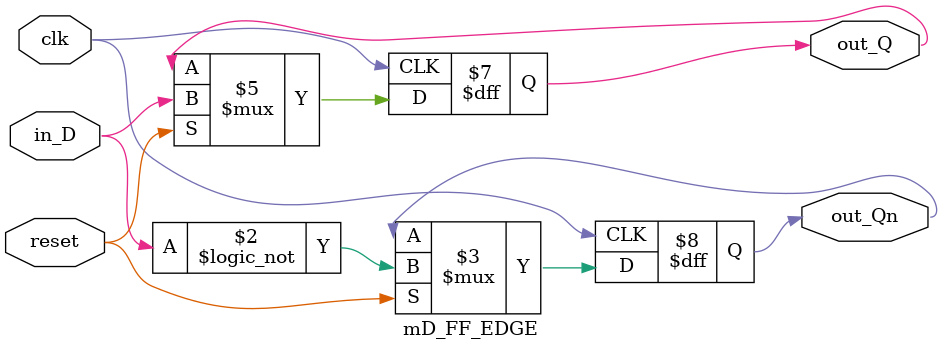
<source format=v>
module mD_FF_EDGE (clk, reset, in_D, out_Q, out_Qn);

input clk, in_D, reset;
output out_Q, out_Qn;

reg out_Q, out_Qn;

always@(posedge clk)
	if(reset)
		begin
		out_Q <= in_D;
		out_Qn <= !in_D;
		end

endmodule 
</source>
